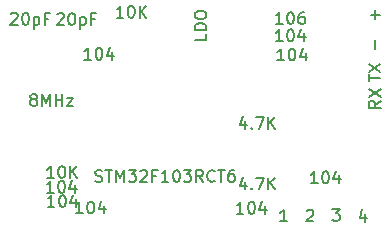
<source format=gbr>
G04 #@! TF.FileFunction,Other,Fab,Top*
%FSLAX46Y46*%
G04 Gerber Fmt 4.6, Leading zero omitted, Abs format (unit mm)*
G04 Created by KiCad (PCBNEW 4.0.2-stable) date 2017年04月21日 星期五 11:17:21*
%MOMM*%
G01*
G04 APERTURE LIST*
%ADD10C,0.100000*%
%ADD11C,0.150000*%
G04 APERTURE END LIST*
D10*
D11*
X182208334Y-80502381D02*
X181636905Y-80502381D01*
X181922619Y-80502381D02*
X181922619Y-79502381D01*
X181827381Y-79645238D01*
X181732143Y-79740476D01*
X181636905Y-79788095D01*
X182827381Y-79502381D02*
X182922620Y-79502381D01*
X183017858Y-79550000D01*
X183065477Y-79597619D01*
X183113096Y-79692857D01*
X183160715Y-79883333D01*
X183160715Y-80121429D01*
X183113096Y-80311905D01*
X183065477Y-80407143D01*
X183017858Y-80454762D01*
X182922620Y-80502381D01*
X182827381Y-80502381D01*
X182732143Y-80454762D01*
X182684524Y-80407143D01*
X182636905Y-80311905D01*
X182589286Y-80121429D01*
X182589286Y-79883333D01*
X182636905Y-79692857D01*
X182684524Y-79597619D01*
X182732143Y-79550000D01*
X182827381Y-79502381D01*
X184017858Y-79835714D02*
X184017858Y-80502381D01*
X183779762Y-79454762D02*
X183541667Y-80169048D01*
X184160715Y-80169048D01*
X182208334Y-79027381D02*
X181636905Y-79027381D01*
X181922619Y-79027381D02*
X181922619Y-78027381D01*
X181827381Y-78170238D01*
X181732143Y-78265476D01*
X181636905Y-78313095D01*
X182827381Y-78027381D02*
X182922620Y-78027381D01*
X183017858Y-78075000D01*
X183065477Y-78122619D01*
X183113096Y-78217857D01*
X183160715Y-78408333D01*
X183160715Y-78646429D01*
X183113096Y-78836905D01*
X183065477Y-78932143D01*
X183017858Y-78979762D01*
X182922620Y-79027381D01*
X182827381Y-79027381D01*
X182732143Y-78979762D01*
X182684524Y-78932143D01*
X182636905Y-78836905D01*
X182589286Y-78646429D01*
X182589286Y-78408333D01*
X182636905Y-78217857D01*
X182684524Y-78122619D01*
X182732143Y-78075000D01*
X182827381Y-78027381D01*
X184017858Y-78027381D02*
X183827381Y-78027381D01*
X183732143Y-78075000D01*
X183684524Y-78122619D01*
X183589286Y-78265476D01*
X183541667Y-78455952D01*
X183541667Y-78836905D01*
X183589286Y-78932143D01*
X183636905Y-78979762D01*
X183732143Y-79027381D01*
X183922620Y-79027381D01*
X184017858Y-78979762D01*
X184065477Y-78932143D01*
X184113096Y-78836905D01*
X184113096Y-78598810D01*
X184065477Y-78503571D01*
X184017858Y-78455952D01*
X183922620Y-78408333D01*
X183732143Y-78408333D01*
X183636905Y-78455952D01*
X183589286Y-78503571D01*
X183541667Y-78598810D01*
X163107143Y-78222619D02*
X163154762Y-78175000D01*
X163250000Y-78127381D01*
X163488096Y-78127381D01*
X163583334Y-78175000D01*
X163630953Y-78222619D01*
X163678572Y-78317857D01*
X163678572Y-78413095D01*
X163630953Y-78555952D01*
X163059524Y-79127381D01*
X163678572Y-79127381D01*
X164297619Y-78127381D02*
X164392858Y-78127381D01*
X164488096Y-78175000D01*
X164535715Y-78222619D01*
X164583334Y-78317857D01*
X164630953Y-78508333D01*
X164630953Y-78746429D01*
X164583334Y-78936905D01*
X164535715Y-79032143D01*
X164488096Y-79079762D01*
X164392858Y-79127381D01*
X164297619Y-79127381D01*
X164202381Y-79079762D01*
X164154762Y-79032143D01*
X164107143Y-78936905D01*
X164059524Y-78746429D01*
X164059524Y-78508333D01*
X164107143Y-78317857D01*
X164154762Y-78222619D01*
X164202381Y-78175000D01*
X164297619Y-78127381D01*
X165059524Y-78460714D02*
X165059524Y-79460714D01*
X165059524Y-78508333D02*
X165154762Y-78460714D01*
X165345239Y-78460714D01*
X165440477Y-78508333D01*
X165488096Y-78555952D01*
X165535715Y-78651190D01*
X165535715Y-78936905D01*
X165488096Y-79032143D01*
X165440477Y-79079762D01*
X165345239Y-79127381D01*
X165154762Y-79127381D01*
X165059524Y-79079762D01*
X166297620Y-78603571D02*
X165964286Y-78603571D01*
X165964286Y-79127381D02*
X165964286Y-78127381D01*
X166440477Y-78127381D01*
X165983334Y-82052381D02*
X165411905Y-82052381D01*
X165697619Y-82052381D02*
X165697619Y-81052381D01*
X165602381Y-81195238D01*
X165507143Y-81290476D01*
X165411905Y-81338095D01*
X166602381Y-81052381D02*
X166697620Y-81052381D01*
X166792858Y-81100000D01*
X166840477Y-81147619D01*
X166888096Y-81242857D01*
X166935715Y-81433333D01*
X166935715Y-81671429D01*
X166888096Y-81861905D01*
X166840477Y-81957143D01*
X166792858Y-82004762D01*
X166697620Y-82052381D01*
X166602381Y-82052381D01*
X166507143Y-82004762D01*
X166459524Y-81957143D01*
X166411905Y-81861905D01*
X166364286Y-81671429D01*
X166364286Y-81433333D01*
X166411905Y-81242857D01*
X166459524Y-81147619D01*
X166507143Y-81100000D01*
X166602381Y-81052381D01*
X167792858Y-81385714D02*
X167792858Y-82052381D01*
X167554762Y-81004762D02*
X167316667Y-81719048D01*
X167935715Y-81719048D01*
X159182143Y-78197619D02*
X159229762Y-78150000D01*
X159325000Y-78102381D01*
X159563096Y-78102381D01*
X159658334Y-78150000D01*
X159705953Y-78197619D01*
X159753572Y-78292857D01*
X159753572Y-78388095D01*
X159705953Y-78530952D01*
X159134524Y-79102381D01*
X159753572Y-79102381D01*
X160372619Y-78102381D02*
X160467858Y-78102381D01*
X160563096Y-78150000D01*
X160610715Y-78197619D01*
X160658334Y-78292857D01*
X160705953Y-78483333D01*
X160705953Y-78721429D01*
X160658334Y-78911905D01*
X160610715Y-79007143D01*
X160563096Y-79054762D01*
X160467858Y-79102381D01*
X160372619Y-79102381D01*
X160277381Y-79054762D01*
X160229762Y-79007143D01*
X160182143Y-78911905D01*
X160134524Y-78721429D01*
X160134524Y-78483333D01*
X160182143Y-78292857D01*
X160229762Y-78197619D01*
X160277381Y-78150000D01*
X160372619Y-78102381D01*
X161134524Y-78435714D02*
X161134524Y-79435714D01*
X161134524Y-78483333D02*
X161229762Y-78435714D01*
X161420239Y-78435714D01*
X161515477Y-78483333D01*
X161563096Y-78530952D01*
X161610715Y-78626190D01*
X161610715Y-78911905D01*
X161563096Y-79007143D01*
X161515477Y-79054762D01*
X161420239Y-79102381D01*
X161229762Y-79102381D01*
X161134524Y-79054762D01*
X162372620Y-78578571D02*
X162039286Y-78578571D01*
X162039286Y-79102381D02*
X162039286Y-78102381D01*
X162515477Y-78102381D01*
X162808334Y-93327381D02*
X162236905Y-93327381D01*
X162522619Y-93327381D02*
X162522619Y-92327381D01*
X162427381Y-92470238D01*
X162332143Y-92565476D01*
X162236905Y-92613095D01*
X163427381Y-92327381D02*
X163522620Y-92327381D01*
X163617858Y-92375000D01*
X163665477Y-92422619D01*
X163713096Y-92517857D01*
X163760715Y-92708333D01*
X163760715Y-92946429D01*
X163713096Y-93136905D01*
X163665477Y-93232143D01*
X163617858Y-93279762D01*
X163522620Y-93327381D01*
X163427381Y-93327381D01*
X163332143Y-93279762D01*
X163284524Y-93232143D01*
X163236905Y-93136905D01*
X163189286Y-92946429D01*
X163189286Y-92708333D01*
X163236905Y-92517857D01*
X163284524Y-92422619D01*
X163332143Y-92375000D01*
X163427381Y-92327381D01*
X164617858Y-92660714D02*
X164617858Y-93327381D01*
X164379762Y-92279762D02*
X164141667Y-92994048D01*
X164760715Y-92994048D01*
X162883334Y-94527381D02*
X162311905Y-94527381D01*
X162597619Y-94527381D02*
X162597619Y-93527381D01*
X162502381Y-93670238D01*
X162407143Y-93765476D01*
X162311905Y-93813095D01*
X163502381Y-93527381D02*
X163597620Y-93527381D01*
X163692858Y-93575000D01*
X163740477Y-93622619D01*
X163788096Y-93717857D01*
X163835715Y-93908333D01*
X163835715Y-94146429D01*
X163788096Y-94336905D01*
X163740477Y-94432143D01*
X163692858Y-94479762D01*
X163597620Y-94527381D01*
X163502381Y-94527381D01*
X163407143Y-94479762D01*
X163359524Y-94432143D01*
X163311905Y-94336905D01*
X163264286Y-94146429D01*
X163264286Y-93908333D01*
X163311905Y-93717857D01*
X163359524Y-93622619D01*
X163407143Y-93575000D01*
X163502381Y-93527381D01*
X164692858Y-93860714D02*
X164692858Y-94527381D01*
X164454762Y-93479762D02*
X164216667Y-94194048D01*
X164835715Y-94194048D01*
X165283334Y-95077381D02*
X164711905Y-95077381D01*
X164997619Y-95077381D02*
X164997619Y-94077381D01*
X164902381Y-94220238D01*
X164807143Y-94315476D01*
X164711905Y-94363095D01*
X165902381Y-94077381D02*
X165997620Y-94077381D01*
X166092858Y-94125000D01*
X166140477Y-94172619D01*
X166188096Y-94267857D01*
X166235715Y-94458333D01*
X166235715Y-94696429D01*
X166188096Y-94886905D01*
X166140477Y-94982143D01*
X166092858Y-95029762D01*
X165997620Y-95077381D01*
X165902381Y-95077381D01*
X165807143Y-95029762D01*
X165759524Y-94982143D01*
X165711905Y-94886905D01*
X165664286Y-94696429D01*
X165664286Y-94458333D01*
X165711905Y-94267857D01*
X165759524Y-94172619D01*
X165807143Y-94125000D01*
X165902381Y-94077381D01*
X167092858Y-94410714D02*
X167092858Y-95077381D01*
X166854762Y-94029762D02*
X166616667Y-94744048D01*
X167235715Y-94744048D01*
X182333334Y-82127381D02*
X181761905Y-82127381D01*
X182047619Y-82127381D02*
X182047619Y-81127381D01*
X181952381Y-81270238D01*
X181857143Y-81365476D01*
X181761905Y-81413095D01*
X182952381Y-81127381D02*
X183047620Y-81127381D01*
X183142858Y-81175000D01*
X183190477Y-81222619D01*
X183238096Y-81317857D01*
X183285715Y-81508333D01*
X183285715Y-81746429D01*
X183238096Y-81936905D01*
X183190477Y-82032143D01*
X183142858Y-82079762D01*
X183047620Y-82127381D01*
X182952381Y-82127381D01*
X182857143Y-82079762D01*
X182809524Y-82032143D01*
X182761905Y-81936905D01*
X182714286Y-81746429D01*
X182714286Y-81508333D01*
X182761905Y-81317857D01*
X182809524Y-81222619D01*
X182857143Y-81175000D01*
X182952381Y-81127381D01*
X184142858Y-81460714D02*
X184142858Y-82127381D01*
X183904762Y-81079762D02*
X183666667Y-81794048D01*
X184285715Y-81794048D01*
X178883334Y-95102381D02*
X178311905Y-95102381D01*
X178597619Y-95102381D02*
X178597619Y-94102381D01*
X178502381Y-94245238D01*
X178407143Y-94340476D01*
X178311905Y-94388095D01*
X179502381Y-94102381D02*
X179597620Y-94102381D01*
X179692858Y-94150000D01*
X179740477Y-94197619D01*
X179788096Y-94292857D01*
X179835715Y-94483333D01*
X179835715Y-94721429D01*
X179788096Y-94911905D01*
X179740477Y-95007143D01*
X179692858Y-95054762D01*
X179597620Y-95102381D01*
X179502381Y-95102381D01*
X179407143Y-95054762D01*
X179359524Y-95007143D01*
X179311905Y-94911905D01*
X179264286Y-94721429D01*
X179264286Y-94483333D01*
X179311905Y-94292857D01*
X179359524Y-94197619D01*
X179407143Y-94150000D01*
X179502381Y-94102381D01*
X180692858Y-94435714D02*
X180692858Y-95102381D01*
X180454762Y-94054762D02*
X180216667Y-94769048D01*
X180835715Y-94769048D01*
X185158334Y-92527381D02*
X184586905Y-92527381D01*
X184872619Y-92527381D02*
X184872619Y-91527381D01*
X184777381Y-91670238D01*
X184682143Y-91765476D01*
X184586905Y-91813095D01*
X185777381Y-91527381D02*
X185872620Y-91527381D01*
X185967858Y-91575000D01*
X186015477Y-91622619D01*
X186063096Y-91717857D01*
X186110715Y-91908333D01*
X186110715Y-92146429D01*
X186063096Y-92336905D01*
X186015477Y-92432143D01*
X185967858Y-92479762D01*
X185872620Y-92527381D01*
X185777381Y-92527381D01*
X185682143Y-92479762D01*
X185634524Y-92432143D01*
X185586905Y-92336905D01*
X185539286Y-92146429D01*
X185539286Y-91908333D01*
X185586905Y-91717857D01*
X185634524Y-91622619D01*
X185682143Y-91575000D01*
X185777381Y-91527381D01*
X186967858Y-91860714D02*
X186967858Y-92527381D01*
X186729762Y-91479762D02*
X186491667Y-92194048D01*
X187110715Y-92194048D01*
X190021429Y-78655952D02*
X190021429Y-77894047D01*
X190402381Y-78274999D02*
X189640476Y-78274999D01*
X189477381Y-83886905D02*
X189477381Y-83315476D01*
X190477381Y-83601191D02*
X189477381Y-83601191D01*
X189477381Y-83077381D02*
X190477381Y-82410714D01*
X189477381Y-82410714D02*
X190477381Y-83077381D01*
X189996429Y-81130952D02*
X189996429Y-80369047D01*
X190502381Y-85541666D02*
X190026190Y-85875000D01*
X190502381Y-86113095D02*
X189502381Y-86113095D01*
X189502381Y-85732142D01*
X189550000Y-85636904D01*
X189597619Y-85589285D01*
X189692857Y-85541666D01*
X189835714Y-85541666D01*
X189930952Y-85589285D01*
X189978571Y-85636904D01*
X190026190Y-85732142D01*
X190026190Y-86113095D01*
X189502381Y-85208333D02*
X190502381Y-84541666D01*
X189502381Y-84541666D02*
X190502381Y-85208333D01*
X168709524Y-78502381D02*
X168138095Y-78502381D01*
X168423809Y-78502381D02*
X168423809Y-77502381D01*
X168328571Y-77645238D01*
X168233333Y-77740476D01*
X168138095Y-77788095D01*
X169328571Y-77502381D02*
X169423810Y-77502381D01*
X169519048Y-77550000D01*
X169566667Y-77597619D01*
X169614286Y-77692857D01*
X169661905Y-77883333D01*
X169661905Y-78121429D01*
X169614286Y-78311905D01*
X169566667Y-78407143D01*
X169519048Y-78454762D01*
X169423810Y-78502381D01*
X169328571Y-78502381D01*
X169233333Y-78454762D01*
X169185714Y-78407143D01*
X169138095Y-78311905D01*
X169090476Y-78121429D01*
X169090476Y-77883333D01*
X169138095Y-77692857D01*
X169185714Y-77597619D01*
X169233333Y-77550000D01*
X169328571Y-77502381D01*
X170090476Y-78502381D02*
X170090476Y-77502381D01*
X170661905Y-78502381D02*
X170233333Y-77930952D01*
X170661905Y-77502381D02*
X170090476Y-78073810D01*
X162834524Y-92077381D02*
X162263095Y-92077381D01*
X162548809Y-92077381D02*
X162548809Y-91077381D01*
X162453571Y-91220238D01*
X162358333Y-91315476D01*
X162263095Y-91363095D01*
X163453571Y-91077381D02*
X163548810Y-91077381D01*
X163644048Y-91125000D01*
X163691667Y-91172619D01*
X163739286Y-91267857D01*
X163786905Y-91458333D01*
X163786905Y-91696429D01*
X163739286Y-91886905D01*
X163691667Y-91982143D01*
X163644048Y-92029762D01*
X163548810Y-92077381D01*
X163453571Y-92077381D01*
X163358333Y-92029762D01*
X163310714Y-91982143D01*
X163263095Y-91886905D01*
X163215476Y-91696429D01*
X163215476Y-91458333D01*
X163263095Y-91267857D01*
X163310714Y-91172619D01*
X163358333Y-91125000D01*
X163453571Y-91077381D01*
X164215476Y-92077381D02*
X164215476Y-91077381D01*
X164786905Y-92077381D02*
X164358333Y-91505952D01*
X164786905Y-91077381D02*
X164215476Y-91648810D01*
X179051191Y-92385714D02*
X179051191Y-93052381D01*
X178813095Y-92004762D02*
X178575000Y-92719048D01*
X179194048Y-92719048D01*
X179575000Y-92957143D02*
X179622619Y-93004762D01*
X179575000Y-93052381D01*
X179527381Y-93004762D01*
X179575000Y-92957143D01*
X179575000Y-93052381D01*
X179955952Y-92052381D02*
X180622619Y-92052381D01*
X180194047Y-93052381D01*
X181003571Y-93052381D02*
X181003571Y-92052381D01*
X181575000Y-93052381D02*
X181146428Y-92480952D01*
X181575000Y-92052381D02*
X181003571Y-92623810D01*
X179051191Y-87235714D02*
X179051191Y-87902381D01*
X178813095Y-86854762D02*
X178575000Y-87569048D01*
X179194048Y-87569048D01*
X179575000Y-87807143D02*
X179622619Y-87854762D01*
X179575000Y-87902381D01*
X179527381Y-87854762D01*
X179575000Y-87807143D01*
X179575000Y-87902381D01*
X179955952Y-86902381D02*
X180622619Y-86902381D01*
X180194047Y-87902381D01*
X181003571Y-87902381D02*
X181003571Y-86902381D01*
X181575000Y-87902381D02*
X181146428Y-87330952D01*
X181575000Y-86902381D02*
X181003571Y-87473810D01*
X175752381Y-79889285D02*
X175752381Y-80365476D01*
X174752381Y-80365476D01*
X175752381Y-79555952D02*
X174752381Y-79555952D01*
X174752381Y-79317857D01*
X174800000Y-79174999D01*
X174895238Y-79079761D01*
X174990476Y-79032142D01*
X175180952Y-78984523D01*
X175323810Y-78984523D01*
X175514286Y-79032142D01*
X175609524Y-79079761D01*
X175704762Y-79174999D01*
X175752381Y-79317857D01*
X175752381Y-79555952D01*
X174752381Y-78365476D02*
X174752381Y-78174999D01*
X174800000Y-78079761D01*
X174895238Y-77984523D01*
X175085714Y-77936904D01*
X175419048Y-77936904D01*
X175609524Y-77984523D01*
X175704762Y-78079761D01*
X175752381Y-78174999D01*
X175752381Y-78365476D01*
X175704762Y-78460714D01*
X175609524Y-78555952D01*
X175419048Y-78603571D01*
X175085714Y-78603571D01*
X174895238Y-78555952D01*
X174800000Y-78460714D01*
X174752381Y-78365476D01*
X166345238Y-92354762D02*
X166488095Y-92402381D01*
X166726191Y-92402381D01*
X166821429Y-92354762D01*
X166869048Y-92307143D01*
X166916667Y-92211905D01*
X166916667Y-92116667D01*
X166869048Y-92021429D01*
X166821429Y-91973810D01*
X166726191Y-91926190D01*
X166535714Y-91878571D01*
X166440476Y-91830952D01*
X166392857Y-91783333D01*
X166345238Y-91688095D01*
X166345238Y-91592857D01*
X166392857Y-91497619D01*
X166440476Y-91450000D01*
X166535714Y-91402381D01*
X166773810Y-91402381D01*
X166916667Y-91450000D01*
X167202381Y-91402381D02*
X167773810Y-91402381D01*
X167488095Y-92402381D02*
X167488095Y-91402381D01*
X168107143Y-92402381D02*
X168107143Y-91402381D01*
X168440477Y-92116667D01*
X168773810Y-91402381D01*
X168773810Y-92402381D01*
X169154762Y-91402381D02*
X169773810Y-91402381D01*
X169440476Y-91783333D01*
X169583334Y-91783333D01*
X169678572Y-91830952D01*
X169726191Y-91878571D01*
X169773810Y-91973810D01*
X169773810Y-92211905D01*
X169726191Y-92307143D01*
X169678572Y-92354762D01*
X169583334Y-92402381D01*
X169297619Y-92402381D01*
X169202381Y-92354762D01*
X169154762Y-92307143D01*
X170154762Y-91497619D02*
X170202381Y-91450000D01*
X170297619Y-91402381D01*
X170535715Y-91402381D01*
X170630953Y-91450000D01*
X170678572Y-91497619D01*
X170726191Y-91592857D01*
X170726191Y-91688095D01*
X170678572Y-91830952D01*
X170107143Y-92402381D01*
X170726191Y-92402381D01*
X171488096Y-91878571D02*
X171154762Y-91878571D01*
X171154762Y-92402381D02*
X171154762Y-91402381D01*
X171630953Y-91402381D01*
X172535715Y-92402381D02*
X171964286Y-92402381D01*
X172250000Y-92402381D02*
X172250000Y-91402381D01*
X172154762Y-91545238D01*
X172059524Y-91640476D01*
X171964286Y-91688095D01*
X173154762Y-91402381D02*
X173250001Y-91402381D01*
X173345239Y-91450000D01*
X173392858Y-91497619D01*
X173440477Y-91592857D01*
X173488096Y-91783333D01*
X173488096Y-92021429D01*
X173440477Y-92211905D01*
X173392858Y-92307143D01*
X173345239Y-92354762D01*
X173250001Y-92402381D01*
X173154762Y-92402381D01*
X173059524Y-92354762D01*
X173011905Y-92307143D01*
X172964286Y-92211905D01*
X172916667Y-92021429D01*
X172916667Y-91783333D01*
X172964286Y-91592857D01*
X173011905Y-91497619D01*
X173059524Y-91450000D01*
X173154762Y-91402381D01*
X173821429Y-91402381D02*
X174440477Y-91402381D01*
X174107143Y-91783333D01*
X174250001Y-91783333D01*
X174345239Y-91830952D01*
X174392858Y-91878571D01*
X174440477Y-91973810D01*
X174440477Y-92211905D01*
X174392858Y-92307143D01*
X174345239Y-92354762D01*
X174250001Y-92402381D01*
X173964286Y-92402381D01*
X173869048Y-92354762D01*
X173821429Y-92307143D01*
X175440477Y-92402381D02*
X175107143Y-91926190D01*
X174869048Y-92402381D02*
X174869048Y-91402381D01*
X175250001Y-91402381D01*
X175345239Y-91450000D01*
X175392858Y-91497619D01*
X175440477Y-91592857D01*
X175440477Y-91735714D01*
X175392858Y-91830952D01*
X175345239Y-91878571D01*
X175250001Y-91926190D01*
X174869048Y-91926190D01*
X176440477Y-92307143D02*
X176392858Y-92354762D01*
X176250001Y-92402381D01*
X176154763Y-92402381D01*
X176011905Y-92354762D01*
X175916667Y-92259524D01*
X175869048Y-92164286D01*
X175821429Y-91973810D01*
X175821429Y-91830952D01*
X175869048Y-91640476D01*
X175916667Y-91545238D01*
X176011905Y-91450000D01*
X176154763Y-91402381D01*
X176250001Y-91402381D01*
X176392858Y-91450000D01*
X176440477Y-91497619D01*
X176726191Y-91402381D02*
X177297620Y-91402381D01*
X177011905Y-92402381D02*
X177011905Y-91402381D01*
X178059525Y-91402381D02*
X177869048Y-91402381D01*
X177773810Y-91450000D01*
X177726191Y-91497619D01*
X177630953Y-91640476D01*
X177583334Y-91830952D01*
X177583334Y-92211905D01*
X177630953Y-92307143D01*
X177678572Y-92354762D01*
X177773810Y-92402381D01*
X177964287Y-92402381D01*
X178059525Y-92354762D01*
X178107144Y-92307143D01*
X178154763Y-92211905D01*
X178154763Y-91973810D01*
X178107144Y-91878571D01*
X178059525Y-91830952D01*
X177964287Y-91783333D01*
X177773810Y-91783333D01*
X177678572Y-91830952D01*
X177630953Y-91878571D01*
X177583334Y-91973810D01*
X161029762Y-85405952D02*
X160934524Y-85358333D01*
X160886905Y-85310714D01*
X160839286Y-85215476D01*
X160839286Y-85167857D01*
X160886905Y-85072619D01*
X160934524Y-85025000D01*
X161029762Y-84977381D01*
X161220239Y-84977381D01*
X161315477Y-85025000D01*
X161363096Y-85072619D01*
X161410715Y-85167857D01*
X161410715Y-85215476D01*
X161363096Y-85310714D01*
X161315477Y-85358333D01*
X161220239Y-85405952D01*
X161029762Y-85405952D01*
X160934524Y-85453571D01*
X160886905Y-85501190D01*
X160839286Y-85596429D01*
X160839286Y-85786905D01*
X160886905Y-85882143D01*
X160934524Y-85929762D01*
X161029762Y-85977381D01*
X161220239Y-85977381D01*
X161315477Y-85929762D01*
X161363096Y-85882143D01*
X161410715Y-85786905D01*
X161410715Y-85596429D01*
X161363096Y-85501190D01*
X161315477Y-85453571D01*
X161220239Y-85405952D01*
X161839286Y-85977381D02*
X161839286Y-84977381D01*
X162172620Y-85691667D01*
X162505953Y-84977381D01*
X162505953Y-85977381D01*
X162982143Y-85977381D02*
X162982143Y-84977381D01*
X162982143Y-85453571D02*
X163553572Y-85453571D01*
X163553572Y-85977381D02*
X163553572Y-84977381D01*
X163934524Y-85310714D02*
X164458334Y-85310714D01*
X163934524Y-85977381D01*
X164458334Y-85977381D01*
X182560715Y-95752381D02*
X181989286Y-95752381D01*
X182275000Y-95752381D02*
X182275000Y-94752381D01*
X182179762Y-94895238D01*
X182084524Y-94990476D01*
X181989286Y-95038095D01*
X184239286Y-94847619D02*
X184286905Y-94800000D01*
X184382143Y-94752381D01*
X184620239Y-94752381D01*
X184715477Y-94800000D01*
X184763096Y-94847619D01*
X184810715Y-94942857D01*
X184810715Y-95038095D01*
X184763096Y-95180952D01*
X184191667Y-95752381D01*
X184810715Y-95752381D01*
X186416667Y-94702381D02*
X187035715Y-94702381D01*
X186702381Y-95083333D01*
X186845239Y-95083333D01*
X186940477Y-95130952D01*
X186988096Y-95178571D01*
X187035715Y-95273810D01*
X187035715Y-95511905D01*
X186988096Y-95607143D01*
X186940477Y-95654762D01*
X186845239Y-95702381D01*
X186559524Y-95702381D01*
X186464286Y-95654762D01*
X186416667Y-95607143D01*
X189190477Y-95110714D02*
X189190477Y-95777381D01*
X188952381Y-94729762D02*
X188714286Y-95444048D01*
X189333334Y-95444048D01*
M02*

</source>
